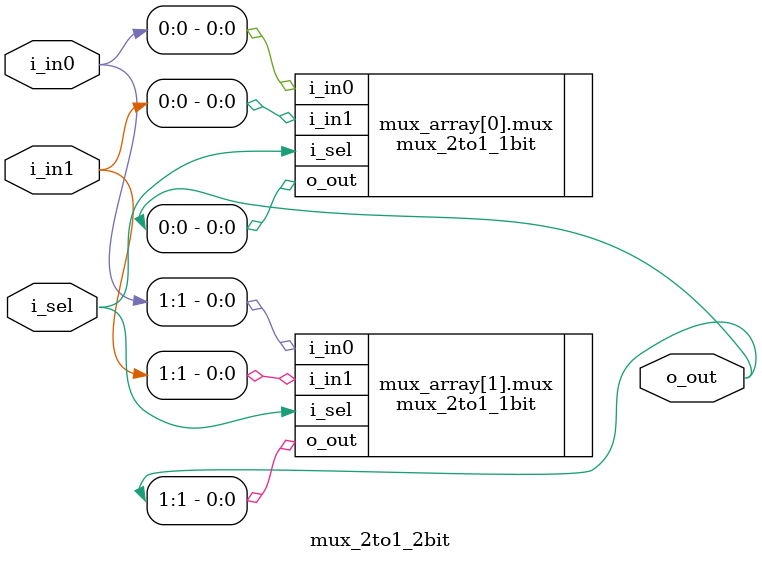
<source format=sv>
module mux_2to1_2bit (
	input  wire [1:0] i_in0,   // Input 0 (2 bit)
	input  wire [1:0] i_in1,   // Input 1 (2 bit)
	input  wire       i_sel,   // Select line
	output wire [1:0] o_out    // Output (2 bit)
);
	genvar i;
	generate
		for(i=0; i < 2; i = i +1) begin: mux_array
           		 mux_2to1_1bit mux (
                		.i_in0(i_in0[i]),
                		.i_in1(i_in1[i]),
                		.i_sel(i_sel),
                		.o_out(o_out[i])
            		);
		end
	endgenerate
endmodule

</source>
